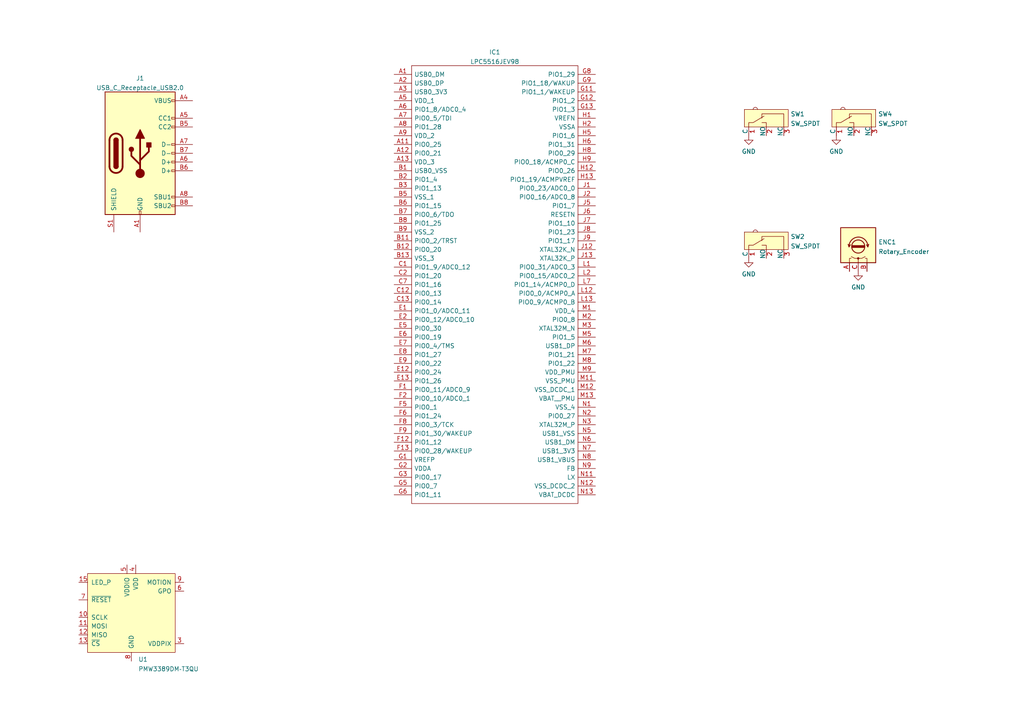
<source format=kicad_sch>
(kicad_sch (version 20211123) (generator eeschema)
  (paper "A4")
  (title_block (title "Redshift") (date "2021-11-30") (rev "0.1") (company "Dekanova LLC"))
  (lib_symbols
    (symbol "Connector:USB_C_Receptacle_USB2.0" (pin_names (offset 1.016))
      (property "Reference" "J" (at -10.16 19.05 0))
      (property "Value" "USB_C_Receptacle_USB2.0" (at 19.05 19.05 0))
      (symbol "USB_C_Receptacle_USB2.0_0_0"
        (rectangle (start -0.254 -17.78) (end 0.254 -16.764))
        (rectangle (start 10.16 -14.986) (end 9.144 -15.494))
        (rectangle (start 10.16 -12.446) (end 9.144 -12.954))
        (rectangle (start 10.16 -4.826) (end 9.144 -5.334))
        (rectangle (start 10.16 -2.286) (end 9.144 -2.794))
        (rectangle (start 10.16 0.254) (end 9.144 -0.254))
        (rectangle (start 10.16 2.794) (end 9.144 2.286))
        (rectangle (start 10.16 7.874) (end 9.144 7.366))
        (rectangle (start 10.16 10.414) (end 9.144 9.906))
        (rectangle (start 10.16 15.494) (end 9.144 14.986))
      )
      (symbol "USB_C_Receptacle_USB2.0_0_1"
        (rectangle (start -10.16 17.78) (end 10.16 -17.78) (stroke (width 0.254)) (fill (type background)))
        (arc (start -8.89 -3.81) (mid -6.985 -5.715) (end -5.08 -3.81) (stroke (width 0.508)))
        (arc (start -7.62 -3.81) (mid -6.985 -4.445) (end -6.35 -3.81) (stroke (width 0.254)))
        (arc (start -7.62 -3.81) (mid -6.985 -4.445) (end -6.35 -3.81) (stroke (width 0.254)) (fill (type outline)))
        (rectangle (start -7.62 -3.81) (end -6.35 3.81) (stroke (width 0.254)) (fill (type outline)))
        (arc (start -6.35 3.81) (mid -6.985 4.445) (end -7.62 3.81) (stroke (width 0.254)))
        (arc (start -6.35 3.81) (mid -6.985 4.445) (end -7.62 3.81) (stroke (width 0.254)) (fill (type outline)))
        (arc (start -5.08 3.81) (mid -6.985 5.715) (end -8.89 3.81) (stroke (width 0.508)))
        (circle (center -2.54 1.143) (radius 0.635) (stroke (width 0.254)) (fill (type outline)))
        (circle (center 0 -5.842) (radius 1.27) (fill (type outline)))
        (polyline (pts (xy -8.89 -3.81) (xy -8.89 3.81)) (stroke (width 0.508)))
        (polyline (pts (xy -5.08 3.81) (xy -5.08 -3.81)) (stroke (width 0.508)))
        (polyline (pts (xy 0 -5.842) (xy 0 4.318)) (stroke (width 0.508)))
        (polyline (pts (xy 0 -3.302) (xy -2.54 -0.762) (xy -2.54 0.508)) (stroke (width 0.508)))
        (polyline (pts (xy 0 -2.032) (xy 2.54 0.508) (xy 2.54 1.778)) (stroke (width 0.508)))
        (polyline (pts (xy -1.27 4.318) (xy 0 6.858) (xy 1.27 4.318) (xy -1.27 4.318)) (stroke (width 0.254)) (fill (type outline)))
        (rectangle (start 1.905 1.778) (end 3.175 3.048) (stroke (width 0.254)) (fill (type outline)))
      )
      (symbol "USB_C_Receptacle_USB2.0_1_1"
        (pin passive line (at 0 -22.86 90) (length 5.08) (name "GND") (number "A1"))
        (pin passive line (at 0 -22.86 90) (length 5.08) hide (name "GND") (number "A12"))
        (pin passive line (at 15.24 15.24 180) (length 5.08) (name "VBUS") (number "A4"))
        (pin bidirectional line (at 15.24 10.16 180) (length 5.08) (name "CC1") (number "A5"))
        (pin bidirectional line (at 15.24 -2.54 180) (length 5.08) (name "D+") (number "A6"))
        (pin bidirectional line (at 15.24 2.54 180) (length 5.08) (name "D-") (number "A7"))
        (pin bidirectional line (at 15.24 -12.7 180) (length 5.08) (name "SBU1") (number "A8"))
        (pin passive line (at 15.24 15.24 180) (length 5.08) hide (name "VBUS") (number "A9"))
        (pin passive line (at 0 -22.86 90) (length 5.08) hide (name "GND") (number "B1"))
        (pin passive line (at 0 -22.86 90) (length 5.08) hide (name "GND") (number "B12"))
        (pin passive line (at 15.24 15.24 180) (length 5.08) hide (name "VBUS") (number "B4"))
        (pin bidirectional line (at 15.24 7.62 180) (length 5.08) (name "CC2") (number "B5"))
        (pin bidirectional line (at 15.24 -5.08 180) (length 5.08) (name "D+") (number "B6"))
        (pin bidirectional line (at 15.24 0 180) (length 5.08) (name "D-") (number "B7"))
        (pin bidirectional line (at 15.24 -15.24 180) (length 5.08) (name "SBU2") (number "B8"))
        (pin passive line (at 15.24 15.24 180) (length 5.08) hide (name "VBUS") (number "B9"))
        (pin passive line (at -7.62 -22.86 90) (length 5.08) (name "SHIELD") (number "S1"))
      )
    )
    (symbol "Device:Rotary_Encoder" (pin_names (offset 0.254) hide)
      (property "Reference" "SW" (at 0 6.604 0))
      (property "Value" "Rotary_Encoder" (at 0 -6.604 0))
      (symbol "Rotary_Encoder_0_1"
        (rectangle (start -5.08 5.08) (end 5.08 -5.08) (stroke (width 0.254)) (fill (type background)))
        (circle (center -3.81 0) (radius 0.254) (fill (type outline)))
        (arc (start -0.381 -2.794) (mid 2.3622 -0.0508) (end -0.381 2.667) (stroke (width 0.254)))
        (circle (center -0.381 0) (radius 1.905) (stroke (width 0.254)))
        (polyline (pts (xy -0.635 -1.778) (xy -0.635 1.778)) (stroke (width 0.254)))
        (polyline (pts (xy -0.381 -1.778) (xy -0.381 1.778)) (stroke (width 0.254)))
        (polyline (pts (xy -0.127 1.778) (xy -0.127 -1.778)) (stroke (width 0.254)))
        (polyline (pts (xy -5.08 -2.54) (xy -3.81 -2.54) (xy -3.81 -2.032)))
        (polyline (pts (xy -5.08 2.54) (xy -3.81 2.54) (xy -3.81 2.032)))
        (polyline (pts (xy 0.254 -3.048) (xy -0.508 -2.794) (xy 0.127 -2.413)) (stroke (width 0.254)))
        (polyline (pts (xy 0.254 2.921) (xy -0.508 2.667) (xy 0.127 2.286)) (stroke (width 0.254)))
        (polyline (pts (xy -5.08 0) (xy -3.81 0) (xy -3.81 -1.016) (xy -3.302 -2.032)))
        (polyline (pts (xy -4.318 0) (xy -3.81 0) (xy -3.81 1.016) (xy -3.302 2.032)))
      )
      (symbol "Rotary_Encoder_1_1"
        (pin passive line (at -7.62 2.54 0) (length 2.54) (name "A") (number "A"))
        (pin passive line (at -7.62 -2.54 0) (length 2.54) (name "B") (number "B"))
        (pin passive line (at -7.62 0 0) (length 2.54) (name "C") (number "C"))
      )
    )
    (symbol "LPC5516JEV98:LPC5516JEV98" (pin_names (offset 0.762))
      (property "Reference" "IC" (at 54.61 7.62 0))
      (property "Value" "LPC5516JEV98" (at 54.61 5.08 0))
      (symbol "LPC5516JEV98_0_0"
        (pin passive line (at 0 0 0) (length 5.08) (name "USB0_DM") (number "A1"))
        (pin passive line (at 0 -20.32 0) (length 5.08) (name "PIO0_25") (number "A11"))
        (pin passive line (at 0 -22.86 0) (length 5.08) (name "PIO0_21") (number "A12"))
        (pin passive line (at 0 -25.4 0) (length 5.08) (name "VDD_3") (number "A13"))
        (pin passive line (at 0 -2.54 0) (length 5.08) (name "USB0_DP") (number "A2"))
        (pin passive line (at 0 -5.08 0) (length 5.08) (name "USB0_3V3") (number "A3"))
        (pin passive line (at 0 -7.62 0) (length 5.08) (name "VDD_1") (number "A5"))
        (pin passive line (at 0 -10.16 0) (length 5.08) (name "PIO1_8/ADC0_4") (number "A6"))
        (pin passive line (at 0 -12.7 0) (length 5.08) (name "PIO0_5/TDI") (number "A7"))
        (pin passive line (at 0 -15.24 0) (length 5.08) (name "PIO1_28") (number "A8"))
        (pin passive line (at 0 -17.78 0) (length 5.08) (name "VDD_2") (number "A9"))
        (pin passive line (at 0 -27.94 0) (length 5.08) (name "USB0_VSS") (number "B1"))
        (pin passive line (at 0 -48.26 0) (length 5.08) (name "PIO0_2/TRST") (number "B11"))
        (pin passive line (at 0 -50.8 0) (length 5.08) (name "PIO0_20") (number "B12"))
        (pin passive line (at 0 -53.34 0) (length 5.08) (name "VSS_3") (number "B13"))
        (pin passive line (at 0 -30.48 0) (length 5.08) (name "PIO1_4") (number "B2"))
        (pin passive line (at 0 -33.02 0) (length 5.08) (name "PIO1_13") (number "B3"))
        (pin passive line (at 0 -35.56 0) (length 5.08) (name "VSS_1") (number "B5"))
        (pin passive line (at 0 -38.1 0) (length 5.08) (name "PIO1_15") (number "B6"))
        (pin passive line (at 0 -40.64 0) (length 5.08) (name "PIO0_6/TDO") (number "B7"))
        (pin passive line (at 0 -43.18 0) (length 5.08) (name "PIO1_25") (number "B8"))
        (pin passive line (at 0 -45.72 0) (length 5.08) (name "VSS_2") (number "B9"))
        (pin passive line (at 0 -55.88 0) (length 5.08) (name "PIO1_9/ADC0_12") (number "C1"))
        (pin passive line (at 0 -63.5 0) (length 5.08) (name "PIO0_13") (number "C12"))
        (pin passive line (at 0 -66.04 0) (length 5.08) (name "PIO0_14") (number "C13"))
        (pin passive line (at 0 -58.42 0) (length 5.08) (name "PIO1_20") (number "C2"))
        (pin passive line (at 0 -60.96 0) (length 5.08) (name "PIO1_16") (number "C7"))
        (pin passive line (at 0 -68.58 0) (length 5.08) (name "PIO1_0/ADC0_11") (number "E1"))
        (pin passive line (at 0 -86.36 0) (length 5.08) (name "PIO0_24") (number "E12"))
        (pin passive line (at 0 -88.9 0) (length 5.08) (name "PIO1_26") (number "E13"))
        (pin passive line (at 0 -71.12 0) (length 5.08) (name "PIO0_12/ADC0_10") (number "E2"))
        (pin passive line (at 0 -73.66 0) (length 5.08) (name "PIO0_30") (number "E5"))
        (pin passive line (at 0 -76.2 0) (length 5.08) (name "PIO0_19") (number "E6"))
        (pin passive line (at 0 -78.74 0) (length 5.08) (name "PIO0_4/TMS") (number "E7"))
        (pin passive line (at 0 -81.28 0) (length 5.08) (name "PIO1_27") (number "E8"))
        (pin passive line (at 0 -83.82 0) (length 5.08) (name "PIO0_22") (number "E9"))
        (pin passive line (at 0 -91.44 0) (length 5.08) (name "PIO0_11/ADC0_9") (number "F1"))
        (pin passive line (at 0 -106.68 0) (length 5.08) (name "PIO1_12") (number "F12"))
        (pin passive line (at 0 -109.22 0) (length 5.08) (name "PIO0_28/WAKEUP") (number "F13"))
        (pin passive line (at 0 -93.98 0) (length 5.08) (name "PIO0_10/ADC0_1") (number "F2"))
        (pin passive line (at 0 -96.52 0) (length 5.08) (name "PIO0_1") (number "F5"))
        (pin passive line (at 0 -99.06 0) (length 5.08) (name "PIO1_24") (number "F6"))
        (pin passive line (at 0 -101.6 0) (length 5.08) (name "PIO0_3/TCK") (number "F8"))
        (pin passive line (at 0 -104.14 0) (length 5.08) (name "PIO1_30/WAKEUP") (number "F9"))
        (pin passive line (at 0 -111.76 0) (length 5.08) (name "VREFP") (number "G1"))
        (pin passive line (at 58.42 -5.08 180) (length 5.08) (name "PIO1_1/WAKEUP") (number "G11"))
        (pin passive line (at 58.42 -7.62 180) (length 5.08) (name "PIO1_2") (number "G12"))
        (pin passive line (at 58.42 -10.16 180) (length 5.08) (name "PIO1_3") (number "G13"))
        (pin passive line (at 0 -114.3 0) (length 5.08) (name "VDDA") (number "G2"))
        (pin passive line (at 0 -116.84 0) (length 5.08) (name "PIO0_17") (number "G3"))
        (pin passive line (at 0 -119.38 0) (length 5.08) (name "PIO0_7") (number "G5"))
        (pin passive line (at 0 -121.92 0) (length 5.08) (name "PIO1_11") (number "G6"))
        (pin passive line (at 58.42 0 180) (length 5.08) (name "PIO1_29") (number "G8"))
        (pin passive line (at 58.42 -2.54 180) (length 5.08) (name "PIO1_18/WAKUP") (number "G9"))
        (pin passive line (at 58.42 -12.7 180) (length 5.08) (name "VREFN") (number "H1"))
        (pin passive line (at 58.42 -27.94 180) (length 5.08) (name "PIO0_26") (number "H12"))
        (pin passive line (at 58.42 -30.48 180) (length 5.08) (name "PIO1_19/ACMPVREF") (number "H13"))
        (pin passive line (at 58.42 -15.24 180) (length 5.08) (name "VSSA") (number "H2"))
        (pin passive line (at 58.42 -17.78 180) (length 5.08) (name "PIO1_6") (number "H5"))
        (pin passive line (at 58.42 -20.32 180) (length 5.08) (name "PIO1_31") (number "H6"))
        (pin passive line (at 58.42 -22.86 180) (length 5.08) (name "PIO0_29") (number "H8"))
        (pin passive line (at 58.42 -25.4 180) (length 5.08) (name "PIO0_18/ACMP0_C") (number "H9"))
        (pin passive line (at 58.42 -33.02 180) (length 5.08) (name "PIO0_23/ADC0_0") (number "J1"))
        (pin passive line (at 58.42 -50.8 180) (length 5.08) (name "XTAL32K_N") (number "J12"))
        (pin passive line (at 58.42 -53.34 180) (length 5.08) (name "XTAL32K_P") (number "J13"))
        (pin passive line (at 58.42 -35.56 180) (length 5.08) (name "PIO0_16/ADC0_8") (number "J2"))
        (pin passive line (at 58.42 -38.1 180) (length 5.08) (name "PIO1_7") (number "J5"))
        (pin passive line (at 58.42 -40.64 180) (length 5.08) (name "RESETN") (number "J6"))
        (pin passive line (at 58.42 -43.18 180) (length 5.08) (name "PIO1_10") (number "J7"))
        (pin passive line (at 58.42 -45.72 180) (length 5.08) (name "PIO1_23") (number "J8"))
        (pin passive line (at 58.42 -48.26 180) (length 5.08) (name "PIO1_17") (number "J9"))
        (pin passive line (at 58.42 -55.88 180) (length 5.08) (name "PIO0_31/ADC0_3") (number "L1"))
        (pin passive line (at 58.42 -63.5 180) (length 5.08) (name "PIO0_0/ACMP0_A") (number "L12"))
        (pin passive line (at 58.42 -66.04 180) (length 5.08) (name "PIO0_9/ACMP0_B") (number "L13"))
        (pin passive line (at 58.42 -58.42 180) (length 5.08) (name "PIO0_15/ADC0_2") (number "L2"))
        (pin passive line (at 58.42 -60.96 180) (length 5.08) (name "PIO1_14/ACMP0_D") (number "L7"))
        (pin passive line (at 58.42 -68.58 180) (length 5.08) (name "VDD_4") (number "M1"))
        (pin passive line (at 58.42 -88.9 180) (length 5.08) (name "VSS_PMU") (number "M11"))
        (pin passive line (at 58.42 -91.44 180) (length 5.08) (name "VSS_DCDC_1") (number "M12"))
        (pin passive line (at 58.42 -93.98 180) (length 5.08) (name "VBAT__PMU") (number "M13"))
        (pin passive line (at 58.42 -71.12 180) (length 5.08) (name "PIO0_8") (number "M2"))
        (pin passive line (at 58.42 -73.66 180) (length 5.08) (name "XTAL32M_N") (number "M3"))
        (pin passive line (at 58.42 -76.2 180) (length 5.08) (name "PIO1_5") (number "M5"))
        (pin passive line (at 58.42 -78.74 180) (length 5.08) (name "USB1_DP") (number "M6"))
        (pin passive line (at 58.42 -81.28 180) (length 5.08) (name "PIO1_21") (number "M7"))
        (pin passive line (at 58.42 -83.82 180) (length 5.08) (name "PIO1_22") (number "M8"))
        (pin passive line (at 58.42 -86.36 180) (length 5.08) (name "VDD_PMU") (number "M9"))
        (pin passive line (at 58.42 -96.52 180) (length 5.08) (name "VSS_4") (number "N1"))
        (pin passive line (at 58.42 -116.84 180) (length 5.08) (name "LX") (number "N11"))
        (pin passive line (at 58.42 -119.38 180) (length 5.08) (name "VSS_DCDC_2") (number "N12"))
        (pin passive line (at 58.42 -121.92 180) (length 5.08) (name "VBAT_DCDC") (number "N13"))
        (pin passive line (at 58.42 -99.06 180) (length 5.08) (name "PIO0_27") (number "N2"))
        (pin passive line (at 58.42 -101.6 180) (length 5.08) (name "XTAL32M_P") (number "N3"))
        (pin passive line (at 58.42 -104.14 180) (length 5.08) (name "USB1_VSS") (number "N5"))
        (pin passive line (at 58.42 -106.68 180) (length 5.08) (name "USB1_DM") (number "N6"))
        (pin passive line (at 58.42 -109.22 180) (length 5.08) (name "USB1_3V3") (number "N7"))
        (pin passive line (at 58.42 -111.76 180) (length 5.08) (name "USB1_VBUS") (number "N8"))
        (pin passive line (at 58.42 -114.3 180) (length 5.08) (name "FB") (number "N9"))
      )
      (symbol "LPC5516JEV98_0_1"
        (polyline (pts (xy 5.08 2.54) (xy 53.34 2.54) (xy 53.34 -124.46) (xy 5.08 -124.46) (xy 5.08 2.54)) (stroke (width 0.1524)))
      )
    )
    (symbol "openinput:PMW3389DM‐T3QU" (pin_names (offset 1.016))
      (property "Reference" "U" (at -11.43 13.97 0))
      (property "Value" "PMW3389DM‐T3QU" (at 8.89 -11.43 0))
      (symbol "PMW3389DM‐T3QU_0_1"
        (rectangle (start -12.7 12.7) (end 12.7 -10.16) (fill (type background)))
      )
      (symbol "PMW3389DM‐T3QU_1_1"
        (pin input line (at -15.24 0 0) (length 2.54) (name "SCLK") (number "10"))
        (pin input line (at -15.24 -2.54 0) (length 2.54) (name "MOSI") (number "11"))
        (pin output line (at -15.24 -5.08 0) (length 2.54) (name "MISO") (number "12"))
        (pin input line (at -15.24 -7.62 0) (length 2.54) (name "~{CS}") (number "13"))
        (pin input line (at -15.24 10.16 0) (length 2.54) (name "LED_P") (number "15"))
        (pin power_out line (at 15.24 -7.62 180) (length 2.54) (name "VDDPIX") (number "3"))
        (pin power_in line (at 1.27 15.24 270) (length 2.54) (name "VDD") (number "4"))
        (pin power_in line (at -1.27 15.24 270) (length 2.54) (name "VDDIO") (number "5"))
        (pin output line (at 15.24 7.62 180) (length 2.54) (name "GPO") (number "6"))
        (pin input line (at -15.24 5.08 0) (length 2.54) (name "~{RESET}") (number "7"))
        (pin power_in line (at 0 -12.7 90) (length 2.54) (name "GND") (number "8"))
        (pin output line (at 15.24 10.16 180) (length 2.54) (name "MOTION") (number "9"))
      )
    )
    (symbol "openinput:SW_SPDT" (pin_names (offset 0))
      (property "Reference" "SW" (at 0 6.35 0))
      (property "Value" "SW_SPDT" (at 11.43 1.27 0))
      (symbol "SW_SPDT_0_1"
        (rectangle (start -6.35 5.08) (end 6.35 0) (stroke (width 0.1524)) (fill (type background)))
        (arc (start -2.54 5.08) (mid -3.175 5.7038) (end -3.81 5.08) (stroke (width 0.1524)))
        (polyline (pts (xy 0 0) (xy 0 1.27) (xy -1.27 1.27)) (stroke (width 0.1524)))
        (polyline (pts (xy -5.08 0) (xy -5.08 1.27) (xy -3.81 1.27) (xy -0.635 3.175)) (stroke (width 0.1524)))
        (polyline (pts (xy 5.08 0) (xy 5.08 3.81) (xy -1.27 3.81) (xy -1.27 2.54)) (stroke (width 0.1524)))
      )
      (symbol "SW_SPDT_1_1"
        (pin passive line (at -5.08 -2.54 90) (length 2.54) (name "C") (number "1"))
        (pin passive line (at 0 -2.54 90) (length 2.54) (name "NO") (number "2"))
        (pin passive line (at 5.08 -2.54 90) (length 2.54) (name "NC") (number "3"))
      )
    )
    (symbol "power:GND" (power) (pin_names (offset 0))
      (property "Value" "GND" (at 0 -3.81 0))
      (symbol "GND_0_1"
        (polyline (pts (xy 0 0) (xy 0 -1.27) (xy 1.27 -1.27) (xy 0 -2.54) (xy -1.27 -1.27) (xy 0 -1.27)))
      )
      (symbol "GND_1_1"
        (pin power_in line (at 0 0 270) (length 0) hide (name "GND") (number "1"))
      )
    )
  )
  (symbol (lib_id "power:GND") (at 217.17 74.93 0) (unit 1)
    (property "Reference" "#PWR0102" (effects hide))
    (property "Value" "GND" (at 217.17 79.4925 0))
  )
  (symbol (lib_id "Device:Rotary_Encoder") (at 248.92 71.12 90) (unit 1)
    (property "Reference" "ENC1" (at 254.762 70.2115 90) (effects (justify right)))
    (property "Value" "Rotary_Encoder" (at 254.762 72.9866 90) (effects (justify right)))
  )
  (symbol (lib_id "power:GND") (at 248.92 78.74 0) (unit 1)
    (property "Reference" "#PWR0103" (effects hide))
    (property "Value" "GND" (at 248.92 83.3025 0))
  )
  (symbol (lib_id "openinput:SW_SPDT") (at 222.25 36.83 0) (unit 1)
    (property "Reference" "SW1" (at 229.3112 33.0696 0) (effects (justify left)))
    (property "Value" "SW_SPDT" (at 229.3112 35.8447 0) (effects (justify left)))
    (property "Footprint" "openinput:SW_Micro_Switch" (effects hide))
  )
  (symbol (lib_id "power:GND") (at 242.57 39.37 0) (unit 1)
    (property "Reference" "#PWR0104" (effects hide))
    (property "Value" "GND" (at 242.57 43.9325 0))
  )
  (symbol (lib_id "openinput:PMW3389DM‐T3QU") (at 38.1 179.07 0) (unit 1)
    (property "Reference" "U1" (at 40.1194 191.2525 0) (effects (justify left)))
    (property "Value" "PMW3389DM‐T3QU" (at 40.1194 194.0276 0) (effects (justify left)))
    (property "Footprint" "openinput:PXI-DIP-16" (effects hide))
    (property "Datasheet" "https://www.broadband.se/media/productattach/p/i/pixart_pmw3389dm-t3qu_-_productbrief_1374785_8.pdf" (effects hide))
  )
  (symbol (lib_id "openinput:SW_SPDT") (at 247.65 36.83 0) (unit 1)
    (property "Reference" "SW4" (at 254.7112 33.0696 0) (effects (justify left)))
    (property "Value" "SW_SPDT" (at 254.7112 35.8447 0) (effects (justify left)))
    (property "Footprint" "openinput:SW_Micro_Switch" (effects hide))
  )
  (symbol (lib_id "power:GND") (at 217.17 39.37 0) (unit 1)
    (property "Reference" "#PWR0101" (effects hide))
    (property "Value" "GND" (at 217.17 43.9325 0))
  )
  (symbol (lib_id "Connector:USB_C_Receptacle_USB2.0") (at 40.64 44.45 0) (unit 1)
    (property "Reference" "J1" (at 40.64 22.7035 0))
    (property "Value" "USB_C_Receptacle_USB2.0" (at 40.64 25.4786 0))
    (property "Footprint" "dekanova:GCT_USB4105-GF-A" (effects hide))
    (property "Datasheet" "https://www.usb.org/sites/default/files/documents/usb_type-c.zip" (effects hide))
  )
  (symbol (lib_id "openinput:SW_SPDT") (at 222.25 72.39 0) (unit 1)
    (property "Reference" "SW2" (at 229.3112 68.6296 0) (effects (justify left)))
    (property "Value" "SW_SPDT" (at 229.3112 71.4047 0) (effects (justify left)))
    (property "Footprint" "openinput:SW_Micro_Switch" (effects hide))
  )
  (symbol (lib_id "LPC5516JEV98:LPC5516JEV98") (at 114.3 21.59 0) (unit 1)
    (property "Reference" "IC1" (at 143.51 15.1343 0))
    (property "Value" "LPC5516JEV98" (at 143.51 17.9094 0))
    (property "Footprint" "dekanova:BGA98C50P13X13_700X700X97" (effects hide))
    (property "Datasheet" "https://4donline.ihs.com/images/VipMasterIC/IC/PHGL/PHGL-S-A0009867275/PHGL-S-A0009867275-1.pdf?hkey=EF798316E3902B6ED9A73243A3159BB0" (effects hide))
    (property "Description" "LPC5516JEV98" (effects hide))
    (property "Height" "0.97" (effects hide))
    (property "Manufacturer_Name" "NXP" (effects hide))
    (property "Manufacturer_Part_Number" "LPC5516JEV98" (effects hide))
  )
)
</source>
